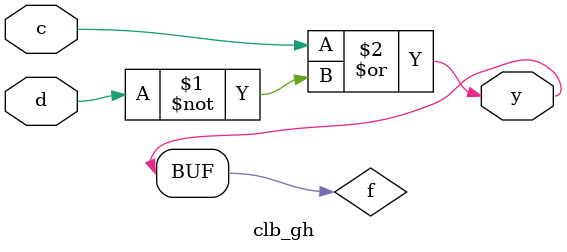
<source format=v>
module clb_gh(
	input c,
	input d,
	output y
);

	wire f;
	
	assign f = c | ~d;
	assign y = f;
	
endmodule

</source>
